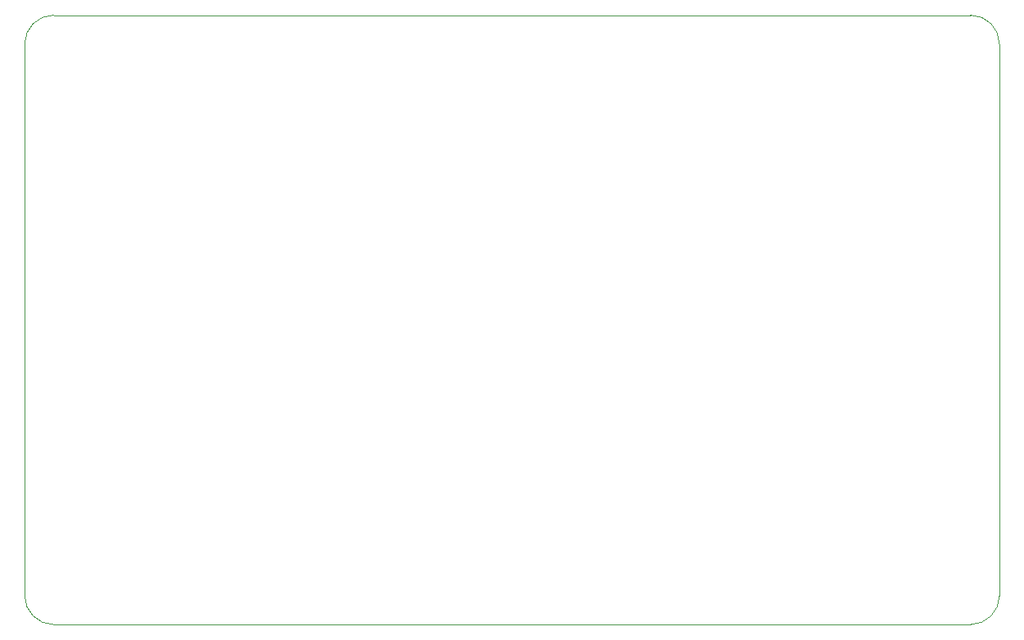
<source format=gm1>
G04 #@! TF.GenerationSoftware,KiCad,Pcbnew,9.0.2*
G04 #@! TF.CreationDate,2025-09-21T22:05:50-04:00*
G04 #@! TF.ProjectId,vWAN-macropad,7657414e-2d6d-4616-9372-6f7061642e6b,v1*
G04 #@! TF.SameCoordinates,Original*
G04 #@! TF.FileFunction,Profile,NP*
%FSLAX46Y46*%
G04 Gerber Fmt 4.6, Leading zero omitted, Abs format (unit mm)*
G04 Created by KiCad (PCBNEW 9.0.2) date 2025-09-21 22:05:50*
%MOMM*%
%LPD*%
G01*
G04 APERTURE LIST*
G04 #@! TA.AperFunction,Profile*
%ADD10C,0.050000*%
G04 #@! TD*
G04 APERTURE END LIST*
D10*
X223266000Y-135557000D02*
G75*
G02*
X220266000Y-138557000I-3000000J0D01*
G01*
X125428000Y-138557000D02*
G75*
G02*
X122428000Y-135557000I0J3000000D01*
G01*
X122428000Y-78438000D02*
G75*
G02*
X125428000Y-75438000I3000000J0D01*
G01*
X122428000Y-135557000D02*
X122428000Y-78438000D01*
X220266000Y-75438000D02*
G75*
G02*
X223266000Y-78438000I0J-3000000D01*
G01*
X125428000Y-75438000D02*
X220266000Y-75438000D01*
X223266000Y-78438000D02*
X223266000Y-135557000D01*
X220266000Y-138557000D02*
X125428000Y-138557000D01*
M02*

</source>
